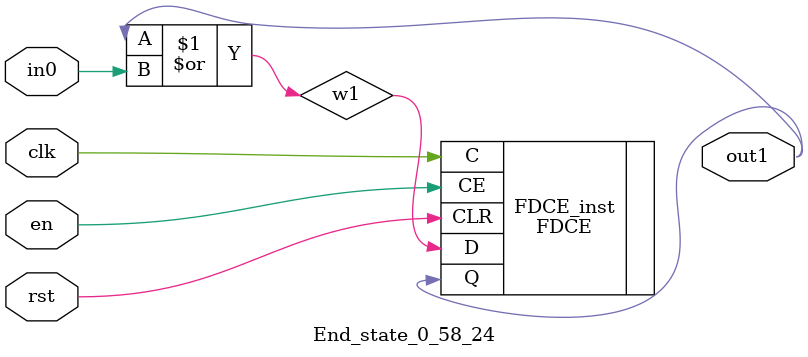
<source format=v>
module engine_0_58(out,clk,sod,en, in_118, in_1, in_4, in_5, in_7, in_8, in_9, in_15, in_16, in_18, in_21, in_30, in_41, in_69, in_105, in_109);
//pcre: /toStaticHTML[^\x7b].*\x7d\s*\x40import/smi
//block char: [^\x7b][2], \x20[8], O[0], L[0], I[0], S[0], H[0], a[0], r[0], c[0], p[0], t[0], M[0], \x7D[8], \x40[8], .[7], 

	input clk,sod,en;

	input in_118, in_1, in_4, in_5, in_7, in_8, in_9, in_15, in_16, in_18, in_21, in_30, in_41, in_69, in_105, in_109;
	output out;

	assign w0 = 1'b1;
	state_0_58_1 BlockState_0_58_1 (w1,in_30,clk,en,sod,w0);
	state_0_58_2 BlockState_0_58_2 (w2,in_4,clk,en,sod,w1);
	state_0_58_3 BlockState_0_58_3 (w3,in_8,clk,en,sod,w2);
	state_0_58_4 BlockState_0_58_4 (w4,in_30,clk,en,sod,w3);
	state_0_58_5 BlockState_0_58_5 (w5,in_15,clk,en,sod,w4);
	state_0_58_6 BlockState_0_58_6 (w6,in_30,clk,en,sod,w5);
	state_0_58_7 BlockState_0_58_7 (w7,in_7,clk,en,sod,w6);
	state_0_58_8 BlockState_0_58_8 (w8,in_18,clk,en,sod,w7);
	state_0_58_9 BlockState_0_58_9 (w9,in_9,clk,en,sod,w8);
	state_0_58_10 BlockState_0_58_10 (w10,in_30,clk,en,sod,w9);
	state_0_58_11 BlockState_0_58_11 (w11,in_41,clk,en,sod,w10);
	state_0_58_12 BlockState_0_58_12 (w12,in_5,clk,en,sod,w11);
	state_0_58_13 BlockState_0_58_13 (w13,in_118,clk,en,sod,w12);
	state_0_58_14 BlockState_0_58_14 (w14,in_109,clk,en,sod,w14,w13);
	state_0_58_15 BlockState_0_58_15 (w15,in_69,clk,en,sod,w13,w14);
	state_0_58_16 BlockState_0_58_16 (w16,in_1,clk,en,sod,w16,w15);
	state_0_58_17 BlockState_0_58_17 (w17,in_105,clk,en,sod,w15,w16);
	state_0_58_18 BlockState_0_58_18 (w18,in_7,clk,en,sod,w17);
	state_0_58_19 BlockState_0_58_19 (w19,in_41,clk,en,sod,w18);
	state_0_58_20 BlockState_0_58_20 (w20,in_21,clk,en,sod,w19);
	state_0_58_21 BlockState_0_58_21 (w21,in_4,clk,en,sod,w20);
	state_0_58_22 BlockState_0_58_22 (w22,in_16,clk,en,sod,w21);
	state_0_58_23 BlockState_0_58_23 (w23,in_30,clk,en,sod,w22);
	End_state_0_58_24 BlockState_0_58_24 (out,clk,en,sod,w23);
endmodule

module state_0_58_1(out1,in_char,clk,en,rst,in0);
	input in_char,clk,en,rst,in0;
	output out1;
	wire w1,w2;
	assign w1 = in0; 
	and(w2,in_char,w1);
	FDCE #(.INIT(1'b0)) FDCE_inst (
		.Q(out1),
		.C(clk),
		.CE(en),
		.CLR(rst),
		.D(w2)
);
endmodule

module state_0_58_2(out1,in_char,clk,en,rst,in0);
	input in_char,clk,en,rst,in0;
	output out1;
	wire w1,w2;
	assign w1 = in0; 
	and(w2,in_char,w1);
	FDCE #(.INIT(1'b0)) FDCE_inst (
		.Q(out1),
		.C(clk),
		.CE(en),
		.CLR(rst),
		.D(w2)
);
endmodule

module state_0_58_3(out1,in_char,clk,en,rst,in0);
	input in_char,clk,en,rst,in0;
	output out1;
	wire w1,w2;
	assign w1 = in0; 
	and(w2,in_char,w1);
	FDCE #(.INIT(1'b0)) FDCE_inst (
		.Q(out1),
		.C(clk),
		.CE(en),
		.CLR(rst),
		.D(w2)
);
endmodule

module state_0_58_4(out1,in_char,clk,en,rst,in0);
	input in_char,clk,en,rst,in0;
	output out1;
	wire w1,w2;
	assign w1 = in0; 
	and(w2,in_char,w1);
	FDCE #(.INIT(1'b0)) FDCE_inst (
		.Q(out1),
		.C(clk),
		.CE(en),
		.CLR(rst),
		.D(w2)
);
endmodule

module state_0_58_5(out1,in_char,clk,en,rst,in0);
	input in_char,clk,en,rst,in0;
	output out1;
	wire w1,w2;
	assign w1 = in0; 
	and(w2,in_char,w1);
	FDCE #(.INIT(1'b0)) FDCE_inst (
		.Q(out1),
		.C(clk),
		.CE(en),
		.CLR(rst),
		.D(w2)
);
endmodule

module state_0_58_6(out1,in_char,clk,en,rst,in0);
	input in_char,clk,en,rst,in0;
	output out1;
	wire w1,w2;
	assign w1 = in0; 
	and(w2,in_char,w1);
	FDCE #(.INIT(1'b0)) FDCE_inst (
		.Q(out1),
		.C(clk),
		.CE(en),
		.CLR(rst),
		.D(w2)
);
endmodule

module state_0_58_7(out1,in_char,clk,en,rst,in0);
	input in_char,clk,en,rst,in0;
	output out1;
	wire w1,w2;
	assign w1 = in0; 
	and(w2,in_char,w1);
	FDCE #(.INIT(1'b0)) FDCE_inst (
		.Q(out1),
		.C(clk),
		.CE(en),
		.CLR(rst),
		.D(w2)
);
endmodule

module state_0_58_8(out1,in_char,clk,en,rst,in0);
	input in_char,clk,en,rst,in0;
	output out1;
	wire w1,w2;
	assign w1 = in0; 
	and(w2,in_char,w1);
	FDCE #(.INIT(1'b0)) FDCE_inst (
		.Q(out1),
		.C(clk),
		.CE(en),
		.CLR(rst),
		.D(w2)
);
endmodule

module state_0_58_9(out1,in_char,clk,en,rst,in0);
	input in_char,clk,en,rst,in0;
	output out1;
	wire w1,w2;
	assign w1 = in0; 
	and(w2,in_char,w1);
	FDCE #(.INIT(1'b0)) FDCE_inst (
		.Q(out1),
		.C(clk),
		.CE(en),
		.CLR(rst),
		.D(w2)
);
endmodule

module state_0_58_10(out1,in_char,clk,en,rst,in0);
	input in_char,clk,en,rst,in0;
	output out1;
	wire w1,w2;
	assign w1 = in0; 
	and(w2,in_char,w1);
	FDCE #(.INIT(1'b0)) FDCE_inst (
		.Q(out1),
		.C(clk),
		.CE(en),
		.CLR(rst),
		.D(w2)
);
endmodule

module state_0_58_11(out1,in_char,clk,en,rst,in0);
	input in_char,clk,en,rst,in0;
	output out1;
	wire w1,w2;
	assign w1 = in0; 
	and(w2,in_char,w1);
	FDCE #(.INIT(1'b0)) FDCE_inst (
		.Q(out1),
		.C(clk),
		.CE(en),
		.CLR(rst),
		.D(w2)
);
endmodule

module state_0_58_12(out1,in_char,clk,en,rst,in0);
	input in_char,clk,en,rst,in0;
	output out1;
	wire w1,w2;
	assign w1 = in0; 
	and(w2,in_char,w1);
	FDCE #(.INIT(1'b0)) FDCE_inst (
		.Q(out1),
		.C(clk),
		.CE(en),
		.CLR(rst),
		.D(w2)
);
endmodule

module state_0_58_13(out1,in_char,clk,en,rst,in0);
	input in_char,clk,en,rst,in0;
	output out1;
	wire w1,w2;
	assign w1 = in0; 
	and(w2,in_char,w1);
	FDCE #(.INIT(1'b0)) FDCE_inst (
		.Q(out1),
		.C(clk),
		.CE(en),
		.CLR(rst),
		.D(w2)
);
endmodule

module state_0_58_14(out1,in_char,clk,en,rst,in0,in1);
	input in_char,clk,en,rst,in0,in1;
	output out1;
	wire w1,w2;
	or(w1,in0,in1);
	and(w2,in_char,w1);
	FDCE #(.INIT(1'b0)) FDCE_inst (
		.Q(out1),
		.C(clk),
		.CE(en),
		.CLR(rst),
		.D(w2)
);
endmodule

module state_0_58_15(out1,in_char,clk,en,rst,in0,in1);
	input in_char,clk,en,rst,in0,in1;
	output out1;
	wire w1,w2;
	or(w1,in0,in1);
	and(w2,in_char,w1);
	FDCE #(.INIT(1'b0)) FDCE_inst (
		.Q(out1),
		.C(clk),
		.CE(en),
		.CLR(rst),
		.D(w2)
);
endmodule

module state_0_58_16(out1,in_char,clk,en,rst,in0,in1);
	input in_char,clk,en,rst,in0,in1;
	output out1;
	wire w1,w2;
	or(w1,in0,in1);
	and(w2,in_char,w1);
	FDCE #(.INIT(1'b0)) FDCE_inst (
		.Q(out1),
		.C(clk),
		.CE(en),
		.CLR(rst),
		.D(w2)
);
endmodule

module state_0_58_17(out1,in_char,clk,en,rst,in0,in1);
	input in_char,clk,en,rst,in0,in1;
	output out1;
	wire w1,w2;
	or(w1,in0,in1);
	and(w2,in_char,w1);
	FDCE #(.INIT(1'b0)) FDCE_inst (
		.Q(out1),
		.C(clk),
		.CE(en),
		.CLR(rst),
		.D(w2)
);
endmodule

module state_0_58_18(out1,in_char,clk,en,rst,in0);
	input in_char,clk,en,rst,in0;
	output out1;
	wire w1,w2;
	assign w1 = in0; 
	and(w2,in_char,w1);
	FDCE #(.INIT(1'b0)) FDCE_inst (
		.Q(out1),
		.C(clk),
		.CE(en),
		.CLR(rst),
		.D(w2)
);
endmodule

module state_0_58_19(out1,in_char,clk,en,rst,in0);
	input in_char,clk,en,rst,in0;
	output out1;
	wire w1,w2;
	assign w1 = in0; 
	and(w2,in_char,w1);
	FDCE #(.INIT(1'b0)) FDCE_inst (
		.Q(out1),
		.C(clk),
		.CE(en),
		.CLR(rst),
		.D(w2)
);
endmodule

module state_0_58_20(out1,in_char,clk,en,rst,in0);
	input in_char,clk,en,rst,in0;
	output out1;
	wire w1,w2;
	assign w1 = in0; 
	and(w2,in_char,w1);
	FDCE #(.INIT(1'b0)) FDCE_inst (
		.Q(out1),
		.C(clk),
		.CE(en),
		.CLR(rst),
		.D(w2)
);
endmodule

module state_0_58_21(out1,in_char,clk,en,rst,in0);
	input in_char,clk,en,rst,in0;
	output out1;
	wire w1,w2;
	assign w1 = in0; 
	and(w2,in_char,w1);
	FDCE #(.INIT(1'b0)) FDCE_inst (
		.Q(out1),
		.C(clk),
		.CE(en),
		.CLR(rst),
		.D(w2)
);
endmodule

module state_0_58_22(out1,in_char,clk,en,rst,in0);
	input in_char,clk,en,rst,in0;
	output out1;
	wire w1,w2;
	assign w1 = in0; 
	and(w2,in_char,w1);
	FDCE #(.INIT(1'b0)) FDCE_inst (
		.Q(out1),
		.C(clk),
		.CE(en),
		.CLR(rst),
		.D(w2)
);
endmodule

module state_0_58_23(out1,in_char,clk,en,rst,in0);
	input in_char,clk,en,rst,in0;
	output out1;
	wire w1,w2;
	assign w1 = in0; 
	and(w2,in_char,w1);
	FDCE #(.INIT(1'b0)) FDCE_inst (
		.Q(out1),
		.C(clk),
		.CE(en),
		.CLR(rst),
		.D(w2)
);
endmodule

module End_state_0_58_24(out1,clk,en,rst,in0);
	input clk,rst,en,in0;
	output out1;
	wire w1;
	or(w1,out1,in0);
	FDCE #(.INIT(1'b0)) FDCE_inst (
		.Q(out1),
		.C(clk),
		.CE(en),
		.CLR(rst),
		.D(w1)
);
endmodule


</source>
